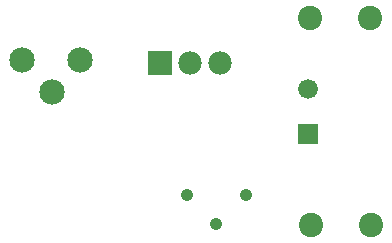
<source format=gbr>
G04 start of page 6 for group -4062 idx -4062 *
G04 Title: tdcs v1, soldermask *
G04 Creator: pcb 1.99z *
G04 CreationDate: Thu 23 Aug 2012 06:55:56 PM GMT UTC *
G04 For: nock *
G04 Format: Gerber/RS-274X *
G04 PCB-Dimensions (mil): 1500.00 1000.00 *
G04 PCB-Coordinate-Origin: lower left *
%MOIN*%
%FSLAX25Y25*%
%LNBOTTOMMASK*%
%ADD52C,0.0420*%
%ADD51C,0.0660*%
%ADD50C,0.0847*%
%ADD49C,0.0780*%
%ADD48C,0.0001*%
%ADD47C,0.0810*%
G54D47*X145000Y85000D03*
X145265Y15995D03*
X125265D03*
G54D48*G36*
X71100Y73900D02*Y66100D01*
X78900D01*
Y73900D01*
X71100D01*
G37*
G54D49*X85000Y70000D03*
X95000D03*
G54D47*X125000Y85000D03*
G54D50*X29007Y70997D03*
X48298D03*
G54D48*G36*
X120940Y49760D02*Y43160D01*
X127540D01*
Y49760D01*
X120940D01*
G37*
G54D51*X124240Y61460D03*
G54D50*X38850Y60367D03*
G54D52*X103652Y26064D03*
X93810Y16221D03*
X83967Y26064D03*
M02*

</source>
